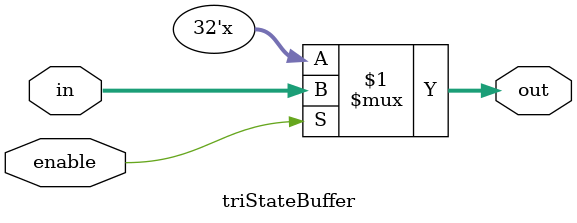
<source format=v>
module triStateBuffer(out, enable, in);
	input enable;
	input [31:0] in;
	output [31:0] out;
	assign out = enable ? in : 32'bz;
endmodule

</source>
